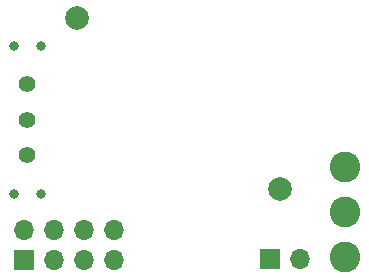
<source format=gbs>
%TF.GenerationSoftware,KiCad,Pcbnew,8.0.0*%
%TF.CreationDate,2024-03-08T16:01:42-06:00*%
%TF.ProjectId,led_dog_collar,6c65645f-646f-4675-9f63-6f6c6c61722e,rev?*%
%TF.SameCoordinates,Original*%
%TF.FileFunction,Soldermask,Bot*%
%TF.FilePolarity,Negative*%
%FSLAX46Y46*%
G04 Gerber Fmt 4.6, Leading zero omitted, Abs format (unit mm)*
G04 Created by KiCad (PCBNEW 8.0.0) date 2024-03-08 16:01:42*
%MOMM*%
%LPD*%
G01*
G04 APERTURE LIST*
%ADD10R,1.700000X1.700000*%
%ADD11O,1.700000X1.700000*%
%ADD12C,2.600000*%
%ADD13C,2.000000*%
%ADD14C,0.812800*%
%ADD15C,1.397000*%
G04 APERTURE END LIST*
D10*
%TO.C,J1*%
X200660000Y-73075800D03*
D11*
X203200000Y-73075800D03*
%TD*%
D12*
%TO.C,J2*%
X207010000Y-65278000D03*
%TD*%
%TO.C,J4*%
X207010000Y-69088000D03*
%TD*%
D13*
%TO.C,H1*%
X201540000Y-67130000D03*
%TD*%
D12*
%TO.C,J5*%
X207010000Y-72898000D03*
%TD*%
D10*
%TO.C,J3*%
X179857400Y-73152000D03*
D11*
X179857400Y-70612000D03*
X182397400Y-73152000D03*
X182397400Y-70612000D03*
X184937399Y-73152000D03*
X184937400Y-70612000D03*
X187477400Y-73152000D03*
X187477400Y-70612000D03*
%TD*%
D14*
%TO.C,SW2*%
X181229000Y-55038600D03*
X178943000Y-55038600D03*
X181229000Y-67538600D03*
X178943000Y-67538600D03*
D15*
X180086000Y-58288601D03*
X180086000Y-61288600D03*
X180086000Y-64288599D03*
%TD*%
D13*
%TO.C,H2*%
X184270000Y-52690000D03*
%TD*%
M02*

</source>
